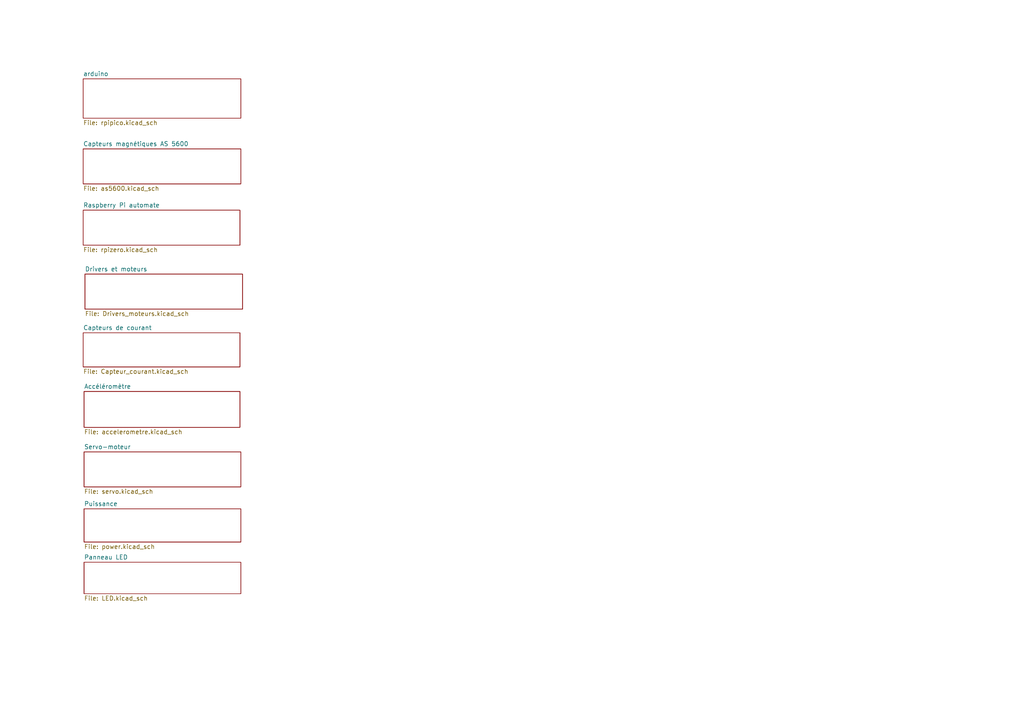
<source format=kicad_sch>
(kicad_sch
	(version 20250114)
	(generator "eeschema")
	(generator_version "9.0")
	(uuid "867cba6c-c4f7-4f0e-b11e-bdca0b806b47")
	(paper "A4")
	(lib_symbols)
	(sheet
		(at 24.13 60.96)
		(size 45.466 10.16)
		(exclude_from_sim no)
		(in_bom yes)
		(on_board yes)
		(dnp no)
		(fields_autoplaced yes)
		(stroke
			(width 0.1524)
			(type solid)
		)
		(fill
			(color 0 0 0 0.0000)
		)
		(uuid "21cf4fcc-6cdd-4f73-a892-c2bcaabeb189")
		(property "Sheetname" "Raspberry Pi automate"
			(at 24.13 60.2484 0)
			(effects
				(font
					(size 1.27 1.27)
				)
				(justify left bottom)
			)
		)
		(property "Sheetfile" "rpizero.kicad_sch"
			(at 24.13 71.7046 0)
			(effects
				(font
					(size 1.27 1.27)
				)
				(justify left top)
			)
		)
		(instances
			(project "rpipico_zero"
				(path "/867cba6c-c4f7-4f0e-b11e-bdca0b806b47"
					(page "4")
				)
			)
		)
	)
	(sheet
		(at 24.638 79.502)
		(size 45.72 10.16)
		(exclude_from_sim no)
		(in_bom yes)
		(on_board yes)
		(dnp no)
		(fields_autoplaced yes)
		(stroke
			(width 0.1524)
			(type solid)
		)
		(fill
			(color 0 0 0 0.0000)
		)
		(uuid "2707f0bb-59cf-414f-b601-0e6f8e905c15")
		(property "Sheetname" "Drivers et moteurs"
			(at 24.638 78.7904 0)
			(effects
				(font
					(size 1.27 1.27)
				)
				(justify left bottom)
			)
		)
		(property "Sheetfile" "Drivers_moteurs.kicad_sch"
			(at 24.638 90.2466 0)
			(effects
				(font
					(size 1.27 1.27)
				)
				(justify left top)
			)
		)
		(instances
			(project "rpipico_zero"
				(path "/867cba6c-c4f7-4f0e-b11e-bdca0b806b47"
					(page "5")
				)
			)
		)
	)
	(sheet
		(at 24.384 163.068)
		(size 45.466 9.144)
		(exclude_from_sim no)
		(in_bom yes)
		(on_board yes)
		(dnp no)
		(fields_autoplaced yes)
		(stroke
			(width 0.1524)
			(type solid)
		)
		(fill
			(color 0 0 0 0.0000)
		)
		(uuid "70e033c0-8ac2-4c88-93e2-91c7794734ad")
		(property "Sheetname" "Panneau LED"
			(at 24.384 162.3564 0)
			(effects
				(font
					(size 1.27 1.27)
				)
				(justify left bottom)
			)
		)
		(property "Sheetfile" "LED.kicad_sch"
			(at 24.384 172.7966 0)
			(effects
				(font
					(size 1.27 1.27)
				)
				(justify left top)
			)
		)
		(instances
			(project "rpipico_zero"
				(path "/867cba6c-c4f7-4f0e-b11e-bdca0b806b47"
					(page "11")
				)
			)
		)
	)
	(sheet
		(at 24.384 147.574)
		(size 45.466 9.652)
		(exclude_from_sim no)
		(in_bom yes)
		(on_board yes)
		(dnp no)
		(fields_autoplaced yes)
		(stroke
			(width 0.1524)
			(type solid)
		)
		(fill
			(color 0 0 0 0.0000)
		)
		(uuid "b2008bbf-3ebe-4599-9d03-96d93f82f9ab")
		(property "Sheetname" "Puissance"
			(at 24.384 146.8624 0)
			(effects
				(font
					(size 1.27 1.27)
				)
				(justify left bottom)
			)
		)
		(property "Sheetfile" "power.kicad_sch"
			(at 24.384 157.8106 0)
			(effects
				(font
					(size 1.27 1.27)
				)
				(justify left top)
			)
		)
		(instances
			(project "rpipico_zero"
				(path "/867cba6c-c4f7-4f0e-b11e-bdca0b806b47"
					(page "10")
				)
			)
		)
	)
	(sheet
		(at 24.13 96.52)
		(size 45.466 9.906)
		(exclude_from_sim no)
		(in_bom yes)
		(on_board yes)
		(dnp no)
		(fields_autoplaced yes)
		(stroke
			(width 0.1524)
			(type solid)
		)
		(fill
			(color 0 0 0 0.0000)
		)
		(uuid "bed4b884-9118-451a-8502-e729c43c17d9")
		(property "Sheetname" "Capteurs de courant"
			(at 24.13 95.8084 0)
			(effects
				(font
					(size 1.27 1.27)
				)
				(justify left bottom)
			)
		)
		(property "Sheetfile" "Capteur_courant.kicad_sch"
			(at 24.13 107.0106 0)
			(effects
				(font
					(size 1.27 1.27)
				)
				(justify left top)
			)
		)
		(instances
			(project "rpipico_zero"
				(path "/867cba6c-c4f7-4f0e-b11e-bdca0b806b47"
					(page "7")
				)
			)
		)
	)
	(sheet
		(at 24.13 43.18)
		(size 45.72 10.16)
		(exclude_from_sim no)
		(in_bom yes)
		(on_board yes)
		(dnp no)
		(fields_autoplaced yes)
		(stroke
			(width 0.1524)
			(type solid)
		)
		(fill
			(color 0 0 0 0.0000)
		)
		(uuid "c9ad94f1-99c7-4d9c-8b3a-017d273e829b")
		(property "Sheetname" "Capteurs magnétiques AS 5600"
			(at 24.13 42.4684 0)
			(effects
				(font
					(size 1.27 1.27)
				)
				(justify left bottom)
			)
		)
		(property "Sheetfile" "as5600.kicad_sch"
			(at 24.13 53.9246 0)
			(effects
				(font
					(size 1.27 1.27)
				)
				(justify left top)
			)
		)
		(instances
			(project "rpipico_zero"
				(path "/867cba6c-c4f7-4f0e-b11e-bdca0b806b47"
					(page "3")
				)
			)
		)
	)
	(sheet
		(at 24.384 131.064)
		(size 45.466 10.16)
		(exclude_from_sim no)
		(in_bom yes)
		(on_board yes)
		(dnp no)
		(fields_autoplaced yes)
		(stroke
			(width 0.1524)
			(type solid)
		)
		(fill
			(color 0 0 0 0.0000)
		)
		(uuid "df776258-c8a1-4d18-9c2a-6a35e7fc0373")
		(property "Sheetname" "Servo-moteur"
			(at 24.384 130.3524 0)
			(effects
				(font
					(size 1.27 1.27)
				)
				(justify left bottom)
			)
		)
		(property "Sheetfile" "servo.kicad_sch"
			(at 24.384 141.8086 0)
			(effects
				(font
					(size 1.27 1.27)
				)
				(justify left top)
			)
		)
		(instances
			(project "rpipico_zero"
				(path "/867cba6c-c4f7-4f0e-b11e-bdca0b806b47"
					(page "9")
				)
			)
		)
	)
	(sheet
		(at 24.13 22.86)
		(size 45.72 11.43)
		(exclude_from_sim no)
		(in_bom yes)
		(on_board yes)
		(dnp no)
		(fields_autoplaced yes)
		(stroke
			(width 0.1524)
			(type solid)
		)
		(fill
			(color 0 0 0 0.0000)
		)
		(uuid "e74e113b-8751-4236-9557-ed90b6116764")
		(property "Sheetname" "arduino"
			(at 24.13 22.1484 0)
			(effects
				(font
					(size 1.27 1.27)
				)
				(justify left bottom)
			)
		)
		(property "Sheetfile" "rpipico.kicad_sch"
			(at 24.13 34.8746 0)
			(effects
				(font
					(size 1.27 1.27)
				)
				(justify left top)
			)
		)
		(instances
			(project "rpipico_zero"
				(path "/867cba6c-c4f7-4f0e-b11e-bdca0b806b47"
					(page "2")
				)
			)
		)
	)
	(sheet
		(at 24.384 113.538)
		(size 45.212 10.414)
		(exclude_from_sim no)
		(in_bom yes)
		(on_board yes)
		(dnp no)
		(fields_autoplaced yes)
		(stroke
			(width 0.1524)
			(type solid)
		)
		(fill
			(color 0 0 0 0.0000)
		)
		(uuid "fa28dd19-20d3-43cf-b419-cc3e73761883")
		(property "Sheetname" "Accéléromètre"
			(at 24.384 112.8264 0)
			(effects
				(font
					(size 1.27 1.27)
				)
				(justify left bottom)
			)
		)
		(property "Sheetfile" "accelerometre.kicad_sch"
			(at 24.384 124.5366 0)
			(effects
				(font
					(size 1.27 1.27)
				)
				(justify left top)
			)
		)
		(instances
			(project "rpipico_zero"
				(path "/867cba6c-c4f7-4f0e-b11e-bdca0b806b47"
					(page "8")
				)
			)
		)
	)
	(sheet_instances
		(path "/"
			(page "1")
		)
	)
	(embedded_fonts no)
)

</source>
